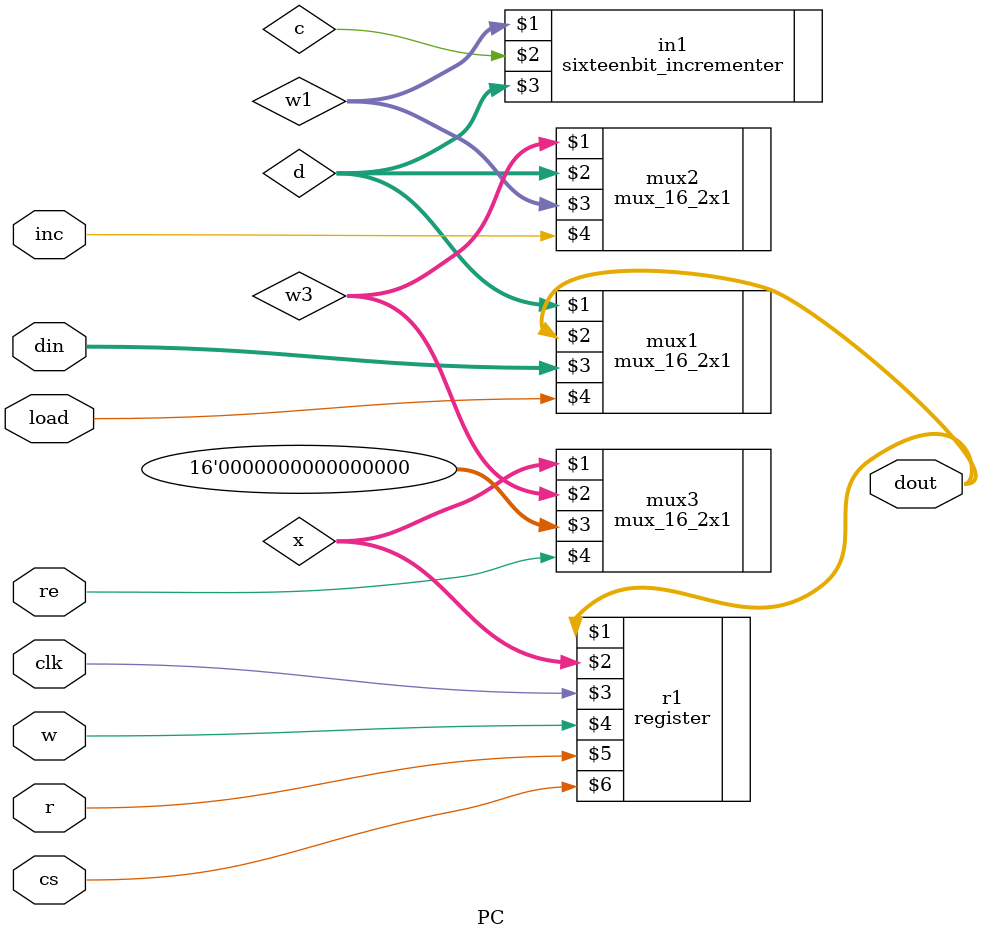
<source format=v>
module PC(dout,re,inc,load,din,clk,cs,w,r) ;

    input re,inc,load,clk,cs,w,r ;
    input [15:0] din ;
    output [15:0] dout ;
    wire [15:0] d,w1,w2,w3,x ;
    wire c;

    mux_16_2x1 mux1(d,dout,din,load) ;
    sixteenbit_incrementer in1(w1,c,d) ;
    mux_16_2x1 mux2(w3,d,w1,inc) ;
    mux_16_2x1 mux3(x,w3,16'b0,re);
    register r1(dout,x,clk,w,r,cs) ;

endmodule
</source>
